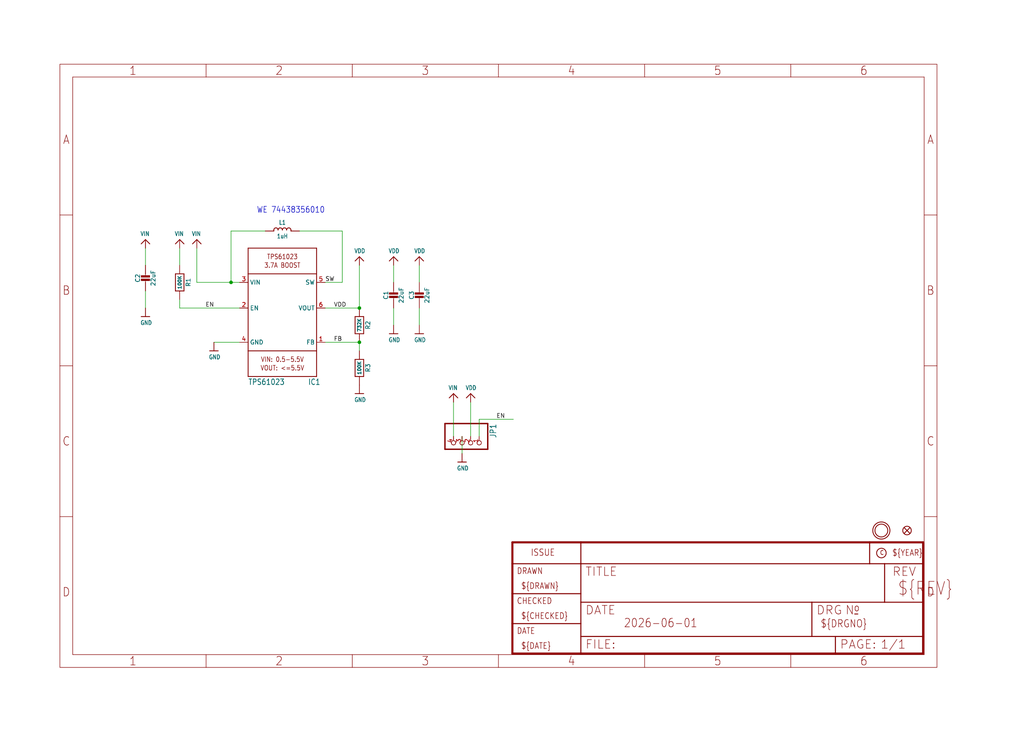
<source format=kicad_sch>
(kicad_sch (version 20230121) (generator eeschema)
  (paper "User" 303.962 217.322)
  (lib_symbols
    (symbol "working-eagle-import:CAP_CERAMIC0805-NOOUTLINE"
      (property "Reference" "C" (at -2.29 1.25 90))
      (symbol "CAP_CERAMIC0805-NOOUTLINE_1_0"
        (rectangle (start -1.27 0.508) (end 1.27 1.016) (fill (type outline)))
        (rectangle (start -1.27 1.524) (end 1.27 2.032) (fill (type outline)))
        (polyline (pts (xy 0 0.762) (xy 0 0)) (stroke (width 0.1524)))
        (polyline (pts (xy 0 2.54) (xy 0 1.778)) (stroke (width 0.1524)))
        (pin passive line (at 0 5.08 270) (length 2.54) (name "1") (number "1"))
        (pin passive line (at 0 -2.54 90) (length 2.54) (name "2") (number "2"))
      )
    )
    (symbol "working-eagle-import:FIDUCIAL_1MM"
      (symbol "FIDUCIAL_1MM_1_0"
        (polyline (pts (xy -0.762 0.762) (xy 0.762 -0.762)) (stroke (width 0.254)))
        (polyline (pts (xy 0.762 0.762) (xy -0.762 -0.762)) (stroke (width 0.254)))
        (circle (center 0 0) (radius 1.27) (stroke (width 0.254)))
      )
    )
    (symbol "working-eagle-import:FRAME_A4"
      (symbol "FRAME_A4_1_0"
        (polyline (pts (xy 0 44.7675) (xy 3.81 44.7675)))
        (polyline (pts (xy 0 89.535) (xy 3.81 89.535)))
        (polyline (pts (xy 0 134.3025) (xy 3.81 134.3025)))
        (polyline (pts (xy 3.81 3.81) (xy 3.81 175.26)))
        (polyline (pts (xy 43.3917 0) (xy 43.3917 3.81)))
        (polyline (pts (xy 43.3917 175.26) (xy 43.3917 179.07)))
        (polyline (pts (xy 86.7833 0) (xy 86.7833 3.81)))
        (polyline (pts (xy 86.7833 175.26) (xy 86.7833 179.07)))
        (polyline (pts (xy 130.175 0) (xy 130.175 3.81)))
        (polyline (pts (xy 130.175 175.26) (xy 130.175 179.07)))
        (polyline (pts (xy 173.5667 0) (xy 173.5667 3.81)))
        (polyline (pts (xy 173.5667 175.26) (xy 173.5667 179.07)))
        (polyline (pts (xy 216.9583 0) (xy 216.9583 3.81)))
        (polyline (pts (xy 216.9583 175.26) (xy 216.9583 179.07)))
        (polyline (pts (xy 256.54 3.81) (xy 3.81 3.81)))
        (polyline (pts (xy 256.54 3.81) (xy 256.54 8.89)) (stroke (width 0.1016)))
        (polyline (pts (xy 256.54 3.81) (xy 256.54 175.26)))
        (polyline (pts (xy 256.54 8.89) (xy 256.54 13.97)) (stroke (width 0.1016)))
        (polyline (pts (xy 256.54 13.97) (xy 256.54 19.05)) (stroke (width 0.1016)))
        (polyline (pts (xy 256.54 19.05) (xy 256.54 36.83)) (stroke (width 0.1016)))
        (polyline (pts (xy 256.54 44.7675) (xy 260.35 44.7675)))
        (polyline (pts (xy 256.54 89.535) (xy 260.35 89.535)))
        (polyline (pts (xy 256.54 134.3025) (xy 260.35 134.3025)))
        (polyline (pts (xy 256.54 175.26) (xy 3.81 175.26)))
        (polyline (pts (xy 0 0) (xy 260.35 0) (xy 260.35 179.07) (xy 0 179.07) (xy 0 0)))
        (text "1" (at 21.6958 1.905 0) (effects (font (size 2.54 2.286))))
        (text "1" (at 21.6958 177.165 0) (effects (font (size 2.54 2.286))))
        (text "2" (at 65.0875 1.905 0) (effects (font (size 2.54 2.286))))
        (text "2" (at 65.0875 177.165 0) (effects (font (size 2.54 2.286))))
        (text "3" (at 108.4792 1.905 0) (effects (font (size 2.54 2.286))))
        (text "3" (at 108.4792 177.165 0) (effects (font (size 2.54 2.286))))
        (text "4" (at 151.8708 1.905 0) (effects (font (size 2.54 2.286))))
        (text "4" (at 151.8708 177.165 0) (effects (font (size 2.54 2.286))))
        (text "5" (at 195.2625 1.905 0) (effects (font (size 2.54 2.286))))
        (text "5" (at 195.2625 177.165 0) (effects (font (size 2.54 2.286))))
        (text "6" (at 238.6542 1.905 0) (effects (font (size 2.54 2.286))))
        (text "6" (at 238.6542 177.165 0) (effects (font (size 2.54 2.286))))
        (text "A" (at 1.905 156.6863 0) (effects (font (size 2.54 2.286))))
        (text "A" (at 258.445 156.6863 0) (effects (font (size 2.54 2.286))))
        (text "B" (at 1.905 111.9188 0) (effects (font (size 2.54 2.286))))
        (text "B" (at 258.445 111.9188 0) (effects (font (size 2.54 2.286))))
        (text "C" (at 1.905 67.1513 0) (effects (font (size 2.54 2.286))))
        (text "C" (at 258.445 67.1513 0) (effects (font (size 2.54 2.286))))
        (text "D" (at 1.905 22.3838 0) (effects (font (size 2.54 2.286))))
        (text "D" (at 258.445 22.3838 0) (effects (font (size 2.54 2.286))))
      )
      (symbol "FRAME_A4_2_0"
        (polyline (pts (xy -0.3048 1.5748) (xy 20.0152 1.5748)) (stroke (width 0.6096)))
        (polyline (pts (xy -0.3048 10.4648) (xy -0.3048 1.5748)) (stroke (width 0.6096)))
        (polyline (pts (xy -0.3048 10.4648) (xy 20.0152 10.4648)) (stroke (width 0.3048)))
        (polyline (pts (xy -0.3048 19.3548) (xy -0.3048 10.4648)) (stroke (width 0.6096)))
        (polyline (pts (xy -0.3048 19.3548) (xy 20.0152 19.3548)) (stroke (width 0.3048)))
        (polyline (pts (xy -0.3048 28.2448) (xy -0.3048 19.3548)) (stroke (width 0.6096)))
        (polyline (pts (xy -0.3048 28.2448) (xy 20.0152 28.2448)) (stroke (width 0.3048)))
        (polyline (pts (xy -0.3048 34.5948) (xy -0.3048 28.2448)) (stroke (width 0.6096)))
        (polyline (pts (xy 20.0152 1.5748) (xy 20.0152 6.6548)) (stroke (width 0.3048)))
        (polyline (pts (xy 20.0152 1.5748) (xy 95.5802 1.5748)) (stroke (width 0.6096)))
        (polyline (pts (xy 20.0152 6.6548) (xy 20.0152 10.4648)) (stroke (width 0.3048)))
        (polyline (pts (xy 20.0152 6.6548) (xy 88.5952 6.6548)) (stroke (width 0.3048)))
        (polyline (pts (xy 20.0152 10.4648) (xy 20.0152 16.8148)) (stroke (width 0.3048)))
        (polyline (pts (xy 20.0152 16.8148) (xy 20.0152 19.3548)) (stroke (width 0.3048)))
        (polyline (pts (xy 20.0152 19.3548) (xy 20.0152 28.2448)) (stroke (width 0.3048)))
        (polyline (pts (xy 20.0152 28.2448) (xy 20.0152 34.5948)) (stroke (width 0.3048)))
        (polyline (pts (xy 20.0152 28.2448) (xy 105.7402 28.2448)) (stroke (width 0.3048)))
        (polyline (pts (xy 20.0152 34.5948) (xy -0.3048 34.5948)) (stroke (width 0.6096)))
        (polyline (pts (xy 88.5952 6.6548) (xy 95.5802 6.6548)) (stroke (width 0.3048)))
        (polyline (pts (xy 88.5952 16.8148) (xy 20.0152 16.8148)) (stroke (width 0.3048)))
        (polyline (pts (xy 88.5952 16.8148) (xy 88.5952 6.6548)) (stroke (width 0.3048)))
        (polyline (pts (xy 95.5802 1.5748) (xy 121.6152 1.5748)) (stroke (width 0.6096)))
        (polyline (pts (xy 95.5802 6.6548) (xy 95.5802 1.5748)) (stroke (width 0.3048)))
        (polyline (pts (xy 95.5802 6.6548) (xy 121.6152 6.6548)) (stroke (width 0.3048)))
        (polyline (pts (xy 101.2952 13.3223) (xy 102.2477 13.3223)) (stroke (width 0.254)))
        (polyline (pts (xy 105.7402 28.2448) (xy 105.7402 34.5948)) (stroke (width 0.3048)))
        (polyline (pts (xy 105.7402 28.2448) (xy 110.1852 28.2448)) (stroke (width 0.3048)))
        (polyline (pts (xy 105.7402 34.5948) (xy 20.0152 34.5948)) (stroke (width 0.6096)))
        (polyline (pts (xy 110.1852 16.8148) (xy 88.5952 16.8148)) (stroke (width 0.3048)))
        (polyline (pts (xy 110.1852 28.2448) (xy 110.1852 16.8148)) (stroke (width 0.3048)))
        (polyline (pts (xy 110.1852 28.2448) (xy 121.6152 28.2448)) (stroke (width 0.3048)))
        (polyline (pts (xy 121.6152 6.6548) (xy 121.6152 1.5748)) (stroke (width 0.6096)))
        (polyline (pts (xy 121.6152 16.8148) (xy 110.1852 16.8148)) (stroke (width 0.3048)))
        (polyline (pts (xy 121.6152 16.8148) (xy 121.6152 6.6548)) (stroke (width 0.6096)))
        (polyline (pts (xy 121.6152 28.2448) (xy 121.6152 16.8148)) (stroke (width 0.6096)))
        (polyline (pts (xy 121.6152 34.5948) (xy 105.7402 34.5948)) (stroke (width 0.6096)))
        (polyline (pts (xy 121.6152 34.5948) (xy 121.6152 28.2448)) (stroke (width 0.6096)))
        (circle (center 109.2327 31.4198) (radius 1.4199) (stroke (width 0.254)))
        (text "${#}/${##}" (at 108.9152 2.8448 0) (effects (font (size 2.54 2.54)) (justify left bottom)))
        (text "${CHECKED}" (at 2.2352 11.7348 0) (effects (font (size 1.778 1.5113)) (justify left bottom)))
        (text "${COMPANY}" (at 23.349 29.6735 0) (effects (font (size 3.175 2.6987) (thickness 0.5397) bold) (justify left bottom)))
        (text "${CURRENT_DATE}" (at 32.7152 9.1948 0) (effects (font (size 2.54 2.159)) (justify left bottom)))
        (text "${DATE}" (at 2.2352 2.8448 0) (effects (font (size 1.778 1.5113)) (justify left bottom)))
        (text "${DRAWN}" (at 2.2352 20.6248 0) (effects (font (size 1.778 1.5113)) (justify left bottom)))
        (text "${DRGNO}" (at 91.1352 9.1948 0) (effects (font (size 2.1844 1.8567)) (justify left bottom)))
        (text "${PROJECTNAME}" (at 33.0327 2.8448 0) (effects (font (size 2.54 2.159)) (justify left bottom)))
        (text "${REV}" (at 113.9952 18.7198 0) (effects (font (size 3.81 3.2385)) (justify left bottom)))
        (text "${YEAR}" (at 112.4077 30.4673 0) (effects (font (size 1.778 1.5113)) (justify left bottom)))
        (text "C" (at 108.7564 30.7848 0) (effects (font (size 1.27 1.0795)) (justify left bottom)))
        (text "CHECKED" (at 0.9652 16.1798 0) (effects (font (size 1.778 1.5113)) (justify left bottom)))
        (text "DATE" (at 0.9652 7.2898 0) (effects (font (size 1.778 1.5113)) (justify left bottom)))
        (text "DATE" (at 21.2852 13.0048 0) (effects (font (size 2.54 2.54)) (justify left bottom)))
        (text "DRAWN" (at 0.9652 25.0698 0) (effects (font (size 1.778 1.5113)) (justify left bottom)))
        (text "DRG" (at 89.8652 13.0048 0) (effects (font (size 2.54 2.54)) (justify left bottom)))
        (text "FILE:" (at 21.2852 2.8448 0) (effects (font (size 2.54 2.54)) (justify left bottom)))
        (text "ISSUE" (at 5.0927 30.4673 0) (effects (font (size 1.9304 1.6408)) (justify left bottom)))
        (text "N" (at 98.4377 13.0048 0) (effects (font (size 2.54 2.54)) (justify left bottom)))
        (text "o" (at 100.9777 13.9573 0) (effects (font (size 2.1844 1.8567)) (justify left bottom)))
        (text "PAGE:" (at 96.8502 2.8448 0) (effects (font (size 2.54 2.54)) (justify left bottom)))
        (text "REV" (at 112.4077 24.4348 0) (effects (font (size 2.54 2.54)) (justify left bottom)))
        (text "TITLE" (at 21.2852 24.4348 0) (effects (font (size 2.54 2.54)) (justify left bottom)))
      )
    )
    (symbol "working-eagle-import:GND" (power)
      (property "Value" "GND" (at -1.524 -2.54 0))
      (symbol "GND_1_0"
        (polyline (pts (xy -1.27 0) (xy 1.27 0)) (stroke (width 0.254)))
        (pin power_in line (at 0 2.54 270) (length 2.54) (name "GND") (number "1"))
      )
    )
    (symbol "working-eagle-import:HEADER-1X4ROUND"
      (property "Reference" "JP" (at -6.35 8.255 0))
      (symbol "HEADER-1X4ROUND_1_0"
        (polyline (pts (xy -6.35 -5.08) (xy 1.27 -5.08)) (stroke (width 0.4064)))
        (polyline (pts (xy -6.35 7.62) (xy -6.35 -5.08)) (stroke (width 0.4064)))
        (polyline (pts (xy 1.27 -5.08) (xy 1.27 7.62)) (stroke (width 0.4064)))
        (polyline (pts (xy 1.27 7.62) (xy -6.35 7.62)) (stroke (width 0.4064)))
        (pin passive inverted (at -2.54 5.08 0) (length 2.54) (name "1") (number "1"))
        (pin passive inverted (at -2.54 2.54 0) (length 2.54) (name "2") (number "2"))
        (pin passive inverted (at -2.54 0 0) (length 2.54) (name "3") (number "3"))
        (pin passive inverted (at -2.54 -2.54 0) (length 2.54) (name "4") (number "4"))
      )
    )
    (symbol "working-eagle-import:INDUCTORTDK_VLC5045"
      (property "Reference" "L" (at 0 2.54 0))
      (symbol "INDUCTORTDK_VLC5045_1_0"
        (arc (start -1.27 0.3173) (mid -1.9049 0.9497) (end -2.54 0.3175) (stroke (width 0.254)))
        (polyline (pts (xy -2.54 0.3175) (xy -2.54 0)) (stroke (width 0.254)))
        (polyline (pts (xy 2.54 0.3175) (xy 2.54 0)) (stroke (width 0.254)))
        (arc (start 0 0.3173) (mid -0.6349 0.9497) (end -1.27 0.3175) (stroke (width 0.254)))
        (arc (start 1.27 0.3173) (mid 0.6351 0.9497) (end 0 0.3175) (stroke (width 0.254)))
        (arc (start 2.54 0.3173) (mid 1.9051 0.9497) (end 1.27 0.3175) (stroke (width 0.254)))
        (pin passive line (at -5.08 0 0) (length 2.54) (name "1") (number "P$1"))
        (pin passive line (at 5.08 0 180) (length 2.54) (name "2") (number "P$2"))
      )
    )
    (symbol "working-eagle-import:MOUNTINGHOLE2.5"
      (symbol "MOUNTINGHOLE2.5_1_0"
        (circle (center 0 0) (radius 1.905) (stroke (width 0.254)))
        (circle (center 0 0) (radius 2.54) (stroke (width 0.254)))
      )
    )
    (symbol "working-eagle-import:RESISTOR_0603_NOOUT"
      (property "Reference" "R" (at 0 2.54 0))
      (symbol "RESISTOR_0603_NOOUT_1_0"
        (polyline (pts (xy -2.54 -1.27) (xy -2.54 1.27)) (stroke (width 0.254)))
        (polyline (pts (xy -2.54 1.27) (xy 2.54 1.27)) (stroke (width 0.254)))
        (polyline (pts (xy 2.54 -1.27) (xy -2.54 -1.27)) (stroke (width 0.254)))
        (polyline (pts (xy 2.54 1.27) (xy 2.54 -1.27)) (stroke (width 0.254)))
        (pin passive line (at -5.08 0 0) (length 2.54) (name "1") (number "1"))
        (pin passive line (at 5.08 0 180) (length 2.54) (name "2") (number "2"))
      )
    )
    (symbol "working-eagle-import:TPS61023"
      (property "Reference" "IC" (at -10.16 22.86 0))
      (symbol "TPS61023_1_0"
        (polyline (pts (xy -10.16 -17.78) (xy 10.16 -17.78)) (stroke (width 0.254)))
        (polyline (pts (xy -10.16 -10.16) (xy -10.16 -17.78)) (stroke (width 0.254)))
        (polyline (pts (xy -10.16 -10.16) (xy -10.16 12.7)) (stroke (width 0.254)))
        (polyline (pts (xy -10.16 12.7) (xy -10.16 20.32)) (stroke (width 0.254)))
        (polyline (pts (xy -10.16 12.7) (xy 10.16 12.7)) (stroke (width 0.254)))
        (polyline (pts (xy -10.16 20.32) (xy 10.16 20.32)) (stroke (width 0.254)))
        (polyline (pts (xy 10.16 -17.78) (xy 10.16 -10.16)) (stroke (width 0.254)))
        (polyline (pts (xy 10.16 -10.16) (xy -10.16 -10.16)) (stroke (width 0.254)))
        (polyline (pts (xy 10.16 12.7) (xy 10.16 -10.16)) (stroke (width 0.254)))
        (polyline (pts (xy 10.16 20.32) (xy 10.16 12.7)) (stroke (width 0.254)))
        (text "3.7A BOOST" (at 0 15.24 0) (effects (font (size 1.4224 1.209))))
        (text "TPS61023" (at 0 17.78 0) (effects (font (size 1.4224 1.209))))
        (text "VIN: 0.5-5.5V" (at 0 -12.7 0) (effects (font (size 1.4224 1.209))))
        (text "VOUT: <=5.5V" (at 0 -15.24 0) (effects (font (size 1.4224 1.209))))
        (pin input line (at 12.7 -7.62 180) (length 2.54) (name "FB") (number "1"))
        (pin input line (at -12.7 2.54 0) (length 2.54) (name "EN") (number "2"))
        (pin power_in line (at -12.7 10.16 0) (length 2.54) (name "VIN") (number "3"))
        (pin power_in line (at -12.7 -7.62 0) (length 2.54) (name "GND") (number "4"))
        (pin input line (at 12.7 10.16 180) (length 2.54) (name "SW") (number "5"))
        (pin power_in line (at 12.7 2.54 180) (length 2.54) (name "VOUT") (number "6"))
      )
    )
    (symbol "working-eagle-import:VDD" (power)
      (property "Value" "VDD" (at -1.524 1.016 0))
      (symbol "VDD_1_0"
        (polyline (pts (xy -1.27 -1.27) (xy 0 0)) (stroke (width 0.254)))
        (polyline (pts (xy 0 0) (xy 1.27 -1.27)) (stroke (width 0.254)))
        (pin power_in line (at 0 -2.54 90) (length 2.54) (name "VDD") (number "1"))
      )
    )
    (symbol "working-eagle-import:VIN" (power)
      (property "Value" "VIN" (at -1.524 1.016 0))
      (symbol "VIN_1_0"
        (polyline (pts (xy -1.27 -1.27) (xy 0 0)) (stroke (width 0.254)))
        (polyline (pts (xy 0 0) (xy 1.27 -1.27)) (stroke (width 0.254)))
        (pin power_in line (at 0 -2.54 90) (length 2.54) (name "VIN") (number "1"))
      )
    )
  )
  (junction (at 106.68 91.44))
  (junction (at 106.68 101.6))
  (junction (at 68.58 83.82))
  (wire (pts (xy 116.84 91.44) (xy 116.84 96.52)) (stroke (width 0.1524)))
  (wire (pts (xy 101.6 68.58) (xy 88.9 68.58)) (stroke (width 0.1524)))
  (wire (pts (xy 124.46 78.74) (xy 124.46 83.82)) (stroke (width 0.1524)))
  (wire (pts (xy 53.34 91.44) (xy 53.34 88.9)) (stroke (width 0.1524)))
  (wire (pts (xy 152.4 124.46) (xy 142.24 124.46)) (stroke (width 0.1524)))
  (wire (pts (xy 142.24 129.54) (xy 142.24 124.46)) (stroke (width 0.1524)))
  (wire (pts (xy 96.52 101.6) (xy 106.68 101.6)) (stroke (width 0.1524)))
  (wire (pts (xy 106.68 101.6) (xy 106.68 104.14)) (stroke (width 0.1524)))
  (wire (pts (xy 71.12 101.6) (xy 63.5 101.6)) (stroke (width 0.1524)))
  (wire (pts (xy 124.46 91.44) (xy 124.46 96.52)) (stroke (width 0.1524)))
  (wire (pts (xy 43.18 73.66) (xy 43.18 78.74)) (stroke (width 0.1524)))
  (wire (pts (xy 134.62 119.38) (xy 134.62 129.54)) (stroke (width 0.1524)))
  (wire (pts (xy 78.74 68.58) (xy 68.58 68.58)) (stroke (width 0.1524)))
  (wire (pts (xy 68.58 83.82) (xy 71.12 83.82)) (stroke (width 0.1524)))
  (wire (pts (xy 106.68 78.74) (xy 106.68 91.44)) (stroke (width 0.1524)))
  (wire (pts (xy 43.18 86.36) (xy 43.18 91.44)) (stroke (width 0.1524)))
  (wire (pts (xy 96.52 83.82) (xy 101.6 83.82)) (stroke (width 0.1524)))
  (wire (pts (xy 137.16 129.54) (xy 137.16 134.62)) (stroke (width 0.1524)))
  (wire (pts (xy 101.6 83.82) (xy 101.6 68.58)) (stroke (width 0.1524)))
  (wire (pts (xy 58.42 73.66) (xy 58.42 83.82)) (stroke (width 0.1524)))
  (wire (pts (xy 71.12 91.44) (xy 53.34 91.44)) (stroke (width 0.1524)))
  (wire (pts (xy 139.7 119.38) (xy 139.7 129.54)) (stroke (width 0.1524)))
  (wire (pts (xy 68.58 83.82) (xy 68.58 68.58)) (stroke (width 0.1524)))
  (wire (pts (xy 58.42 83.82) (xy 68.58 83.82)) (stroke (width 0.1524)))
  (wire (pts (xy 106.68 91.44) (xy 96.52 91.44)) (stroke (width 0.1524)))
  (wire (pts (xy 116.84 78.74) (xy 116.84 83.82)) (stroke (width 0.1524)))
  (wire (pts (xy 53.34 78.74) (xy 53.34 73.66)) (stroke (width 0.1524)))
  (text "WE 74438356010" (at 76.2 63.5 0) (effects (font (size 1.778 1.5113)) (justify left bottom)))
  (label "SW" (at 96.52 83.82 0) (effects (font (size 1.2446 1.2446))))
  (label "VDD" (at 99.06 91.44 0) (effects (font (size 1.2446 1.2446))))
  (label "EN" (at 60.96 91.44 0) (effects (font (size 1.2446 1.2446))))
  (label "FB" (at 99.06 101.6 0) (effects (font (size 1.2446 1.2446))))
  (label "EN" (at 147.32 124.46 0) (effects (font (size 1.2446 1.2446))))
  (symbol (lib_id "working-eagle-import:FRAME_A4") (at 152.4 195.58 0) (unit 2)
    (property "Reference" "#FRAME1" (effects hide))
    (property "Value" "FRAME_A4" (effects hide))
  )
  (symbol (lib_id "working-eagle-import:CAP_CERAMIC0805-NOOUTLINE") (at 124.46 88.9 0) (unit 1)
    (property "Reference" "C3" (at 122.17 87.65 90))
    (property "Value" "22uF" (at 126.76 87.65 90))
    (property "Footprint" "working:0805-NO" (effects hide))
  )
  (symbol (lib_id "working-eagle-import:INDUCTORTDK_VLC5045") (at 83.82 68.58 0) (unit 1)
    (property "Reference" "L1" (at 83.82 66.04 0) (effects (font (size 1.27 1.0795))))
    (property "Value" "1uH" (at 83.82 70.12 0) (effects (font (size 1.27 1.0795))))
    (property "Footprint" "working:INDUCTOR_5X5MM_TDK_VLC5045" (effects hide))
  )
  (symbol (lib_id "working-eagle-import:VDD") (at 116.84 76.2 0) (unit 1)
    (property "Reference" "#U$2" (effects hide))
    (property "Value" "VDD" (at 115.316 75.184 0) (effects (font (size 1.27 1.0795)) (justify left bottom)))
  )
  (symbol (lib_id "working-eagle-import:FIDUCIAL_1MM") (at 269.24 157.48 0) (unit 1)
    (property "Reference" "FID1" (effects hide))
    (property "Value" "FIDUCIAL_1MM" (effects hide))
    (property "Footprint" "working:FIDUCIAL_1MM" (effects hide))
  )
  (symbol (lib_id "working-eagle-import:VIN") (at 53.34 71.12 0) (unit 1)
    (property "Reference" "#U$12" (effects hide))
    (property "Value" "VIN" (at 51.816 70.104 0) (effects (font (size 1.27 1.0795)) (justify left bottom)))
  )
  (symbol (lib_id "working-eagle-import:VDD") (at 139.7 116.84 0) (unit 1)
    (property "Reference" "#U$7" (effects hide))
    (property "Value" "VDD" (at 138.176 115.824 0) (effects (font (size 1.27 1.0795)) (justify left bottom)))
  )
  (symbol (lib_id "working-eagle-import:VDD") (at 124.46 76.2 0) (unit 1)
    (property "Reference" "#U$16" (effects hide))
    (property "Value" "VDD" (at 122.936 75.184 0) (effects (font (size 1.27 1.0795)) (justify left bottom)))
  )
  (symbol (lib_id "working-eagle-import:HEADER-1X4ROUND") (at 137.16 132.08 270) (unit 1)
    (property "Reference" "JP1" (at 145.415 125.73 0) (effects (font (size 1.778 1.5113)) (justify left bottom)))
    (property "Value" "HEADER-1X4ROUND" (effects hide))
    (property "Footprint" "working:1X04_ROUND" (effects hide))
  )
  (symbol (lib_id "working-eagle-import:GND") (at 116.84 99.06 0) (unit 1)
    (property "Reference" "#U$1" (effects hide))
    (property "Value" "GND" (at 115.316 101.6 0) (effects (font (size 1.27 1.0795)) (justify left bottom)))
  )
  (symbol (lib_id "working-eagle-import:CAP_CERAMIC0805-NOOUTLINE") (at 43.18 83.82 0) (unit 1)
    (property "Reference" "C2" (at 40.89 82.57 90))
    (property "Value" "22uF" (at 45.48 82.57 90))
    (property "Footprint" "working:0805-NO" (effects hide))
  )
  (symbol (lib_id "working-eagle-import:GND") (at 106.68 116.84 0) (unit 1)
    (property "Reference" "#U$5" (effects hide))
    (property "Value" "GND" (at 105.156 119.38 0) (effects (font (size 1.27 1.0795)) (justify left bottom)))
  )
  (symbol (lib_id "working-eagle-import:GND") (at 124.46 99.06 0) (unit 1)
    (property "Reference" "#U$17" (effects hide))
    (property "Value" "GND" (at 122.936 101.6 0) (effects (font (size 1.27 1.0795)) (justify left bottom)))
  )
  (symbol (lib_id "working-eagle-import:TPS61023") (at 83.82 93.98 0) (unit 1)
    (property "Reference" "IC1" (at 91.44 114.3 0) (effects (font (size 1.6764 1.4249)) (justify left bottom)))
    (property "Value" "TPS61023" (at 73.66 114.3 0) (effects (font (size 1.6764 1.4249)) (justify left bottom)))
    (property "Footprint" "working:SOT563" (effects hide))
  )
  (symbol (lib_id "working-eagle-import:GND") (at 63.5 104.14 0) (unit 1)
    (property "Reference" "#U$13" (effects hide))
    (property "Value" "GND" (at 61.976 106.68 0) (effects (font (size 1.27 1.0795)) (justify left bottom)))
  )
  (symbol (lib_id "working-eagle-import:GND") (at 137.16 137.16 0) (unit 1)
    (property "Reference" "#U$8" (effects hide))
    (property "Value" "GND" (at 135.636 139.7 0) (effects (font (size 1.27 1.0795)) (justify left bottom)))
  )
  (symbol (lib_id "working-eagle-import:FRAME_A4") (at 17.78 198.12 0) (unit 1)
    (property "Reference" "#FRAME1" (effects hide))
    (property "Value" "FRAME_A4" (effects hide))
  )
  (symbol (lib_id "working-eagle-import:VDD") (at 106.68 76.2 0) (unit 1)
    (property "Reference" "#U$15" (effects hide))
    (property "Value" "VDD" (at 105.156 75.184 0) (effects (font (size 1.27 1.0795)) (justify left bottom)))
  )
  (symbol (lib_id "working-eagle-import:VIN") (at 58.42 71.12 0) (unit 1)
    (property "Reference" "#U$14" (effects hide))
    (property "Value" "VIN" (at 56.896 70.104 0) (effects (font (size 1.27 1.0795)) (justify left bottom)))
  )
  (symbol (lib_id "working-eagle-import:MOUNTINGHOLE2.5") (at 261.62 157.48 0) (unit 1)
    (property "Reference" "U$9" (effects hide))
    (property "Value" "MOUNTINGHOLE2.5" (effects hide))
    (property "Footprint" "working:MOUNTINGHOLE_2.5_PLATED" (effects hide))
  )
  (symbol (lib_id "working-eagle-import:VIN") (at 43.18 71.12 0) (unit 1)
    (property "Reference" "#U$4" (effects hide))
    (property "Value" "VIN" (at 41.656 70.104 0) (effects (font (size 1.27 1.0795)) (justify left bottom)))
  )
  (symbol (lib_id "working-eagle-import:RESISTOR_0603_NOOUT") (at 53.34 83.82 270) (unit 1)
    (property "Reference" "R1" (at 55.88 83.82 0))
    (property "Value" "100K" (at 53.34 83.82 0) (effects (font (size 1.016 1.016) bold)))
    (property "Footprint" "working:0603-NO" (effects hide))
  )
  (symbol (lib_id "working-eagle-import:RESISTOR_0603_NOOUT") (at 106.68 96.52 270) (unit 1)
    (property "Reference" "R2" (at 109.22 96.52 0))
    (property "Value" "732K" (at 106.68 96.52 0) (effects (font (size 1.016 1.016) bold)))
    (property "Footprint" "working:0603-NO" (effects hide))
  )
  (symbol (lib_id "working-eagle-import:GND") (at 43.18 93.98 0) (unit 1)
    (property "Reference" "#U$3" (effects hide))
    (property "Value" "GND" (at 41.656 96.52 0) (effects (font (size 1.27 1.0795)) (justify left bottom)))
  )
  (symbol (lib_id "working-eagle-import:CAP_CERAMIC0805-NOOUTLINE") (at 116.84 88.9 0) (unit 1)
    (property "Reference" "C1" (at 114.55 87.65 90))
    (property "Value" "22uF" (at 119.14 87.65 90))
    (property "Footprint" "working:0805-NO" (effects hide))
  )
  (symbol (lib_id "working-eagle-import:RESISTOR_0603_NOOUT") (at 106.68 109.22 270) (unit 1)
    (property "Reference" "R3" (at 109.22 109.22 0))
    (property "Value" "100K" (at 106.68 109.22 0) (effects (font (size 1.016 1.016) bold)))
    (property "Footprint" "working:0603-NO" (effects hide))
  )
  (symbol (lib_id "working-eagle-import:VIN") (at 134.62 116.84 0) (unit 1)
    (property "Reference" "#U$6" (effects hide))
    (property "Value" "VIN" (at 133.096 115.824 0) (effects (font (size 1.27 1.0795)) (justify left bottom)))
  )
)
</source>
